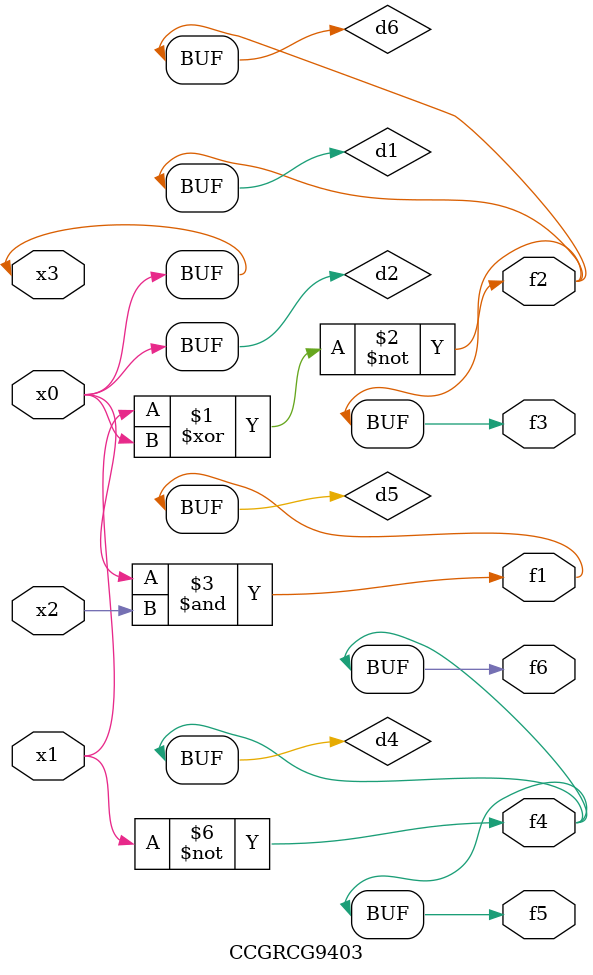
<source format=v>
module CCGRCG9403(
	input x0, x1, x2, x3,
	output f1, f2, f3, f4, f5, f6
);

	wire d1, d2, d3, d4, d5, d6;

	xnor (d1, x1, x3);
	buf (d2, x0, x3);
	nand (d3, x0, x2);
	not (d4, x1);
	nand (d5, d3);
	or (d6, d1);
	assign f1 = d5;
	assign f2 = d6;
	assign f3 = d6;
	assign f4 = d4;
	assign f5 = d4;
	assign f6 = d4;
endmodule

</source>
